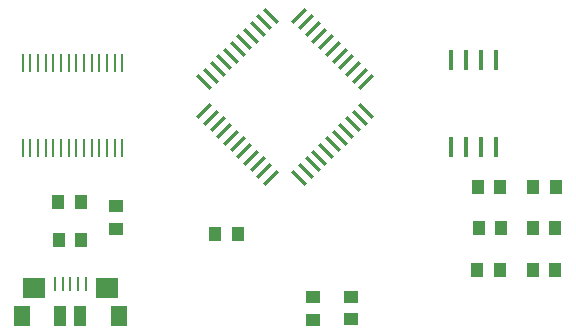
<source format=gbr>
G04 DipTrace 3.0.0.1*
G04 TopPaste.gbr*
%MOIN*%
G04 #@! TF.FileFunction,Paste,Top*
G04 #@! TF.Part,Single*
%AMOUTLINE5*
4,1,4,
-0.026447,0.018096,
-0.018096,0.026447,
0.026447,-0.018096,
0.018096,-0.026447,
-0.026447,0.018096,
0*%
%AMOUTLINE8*
4,1,4,
-0.018096,-0.026447,
-0.026447,-0.018096,
0.018096,0.026447,
0.026447,0.018096,
-0.018096,-0.026447,
0*%
%ADD37R,0.015748X0.070866*%
%ADD53R,0.03937X0.066929*%
%ADD55R,0.055118X0.066929*%
%ADD57R,0.074803X0.070866*%
%ADD59R,0.007874X0.045276*%
%ADD60R,0.007874X0.062992*%
%ADD69R,0.043307X0.051181*%
%ADD71R,0.051181X0.043307*%
%ADD86OUTLINE5*%
%ADD89OUTLINE8*%
%FSLAX26Y26*%
G04*
G70*
G90*
G75*
G01*
G04 TopPaste*
%LPD*%
D71*
X1596325Y529922D3*
Y455118D3*
D69*
X622291Y717454D3*
X697094D3*
X622047Y846850D3*
X696850D3*
X1145538Y738058D3*
X1220341D3*
X2278084Y617323D3*
X2203281D3*
X2277953Y758924D3*
X2203150D3*
X2280315Y894619D3*
X2205512D3*
D37*
X1930906Y1027756D3*
X1980906D3*
X2030906D3*
X2080906D3*
Y1319094D3*
X2030906D3*
X1980906D3*
X1930906D3*
D71*
X814436Y831102D3*
Y756299D3*
X1471391Y453412D3*
Y528215D3*
D69*
X2018110Y617323D3*
X2092913D3*
X2022703Y759580D3*
X2097507D3*
X2019423Y895407D3*
X2094226D3*
D86*
X1330709Y1466404D3*
X1308437Y1444133D3*
X1286165Y1421862D3*
X1263895Y1399591D3*
X1241623Y1377320D3*
X1219353Y1355049D3*
X1197081Y1332778D3*
X1174811Y1310507D3*
X1152539Y1288236D3*
X1130268Y1265965D3*
X1107997Y1243693D3*
D89*
Y1149042D3*
X1130268Y1126770D3*
X1152539Y1104499D3*
X1174811Y1082228D3*
X1197081Y1059957D3*
X1219353Y1037686D3*
X1241623Y1015415D3*
X1263895Y993144D3*
X1286165Y970873D3*
X1308437Y948601D3*
X1330709Y926331D3*
D86*
X1425360D3*
X1447631Y948601D3*
X1469903Y970873D3*
X1492173Y993144D3*
X1514445Y1015415D3*
X1536715Y1037686D3*
X1558987Y1059957D3*
X1581257Y1082228D3*
X1603529Y1104499D3*
X1625801Y1126770D3*
X1648071Y1149042D3*
D89*
Y1243693D3*
X1625801Y1265965D3*
X1603529Y1288236D3*
X1581257Y1310507D3*
X1558987Y1332778D3*
X1536715Y1355049D3*
X1514445Y1377320D3*
X1492173Y1399591D3*
X1469903Y1421862D3*
X1447631Y1444133D3*
X1425360Y1466404D3*
D60*
X834908Y1309974D3*
X809318D3*
X783727D3*
X758136D3*
X732546D3*
X706955D3*
X681365D3*
X655774D3*
X630184D3*
X604593D3*
X579003D3*
X553412D3*
X527822D3*
X502231D3*
Y1026501D3*
X527822Y1026509D3*
X553412D3*
X579003D3*
X604593D3*
X630184D3*
X655774D3*
X681365D3*
X706955D3*
X732546D3*
X758136D3*
X783727D3*
X809318D3*
X834908D3*
D59*
X713123Y570997D3*
X687533D3*
X661942D3*
X636352D3*
X610761D3*
D57*
X783990Y558202D3*
X539895D3*
D55*
X823360Y465682D3*
X500525D3*
D53*
X695407D3*
X628478D3*
M02*

</source>
